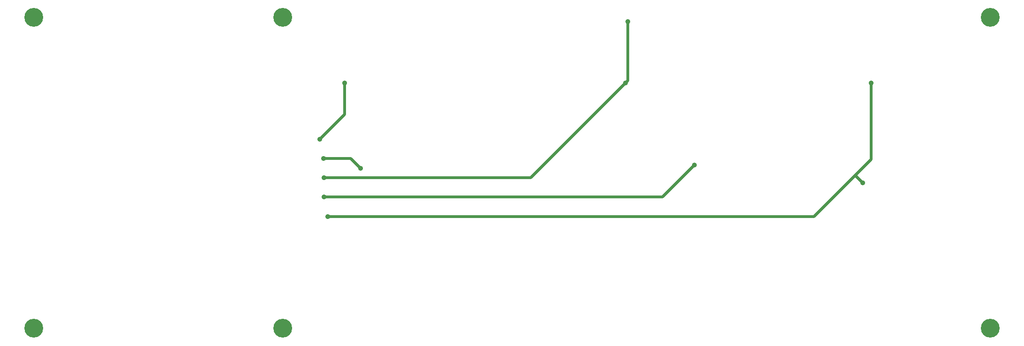
<source format=gbl>
G04 (created by PCBNEW-RS274X (2011-07-19)-testing) date Fri 17 Feb 2012 12:26:42 PM PST*
G01*
G70*
G90*
%MOIN*%
G04 Gerber Fmt 3.4, Leading zero omitted, Abs format*
%FSLAX34Y34*%
G04 APERTURE LIST*
%ADD10C,0.006000*%
%ADD11C,0.133900*%
%ADD12C,0.035000*%
%ADD13C,0.020000*%
G04 APERTURE END LIST*
G54D10*
G54D11*
X26000Y-51450D03*
X26000Y-29350D03*
X94000Y-51450D03*
X94000Y-29350D03*
X43700Y-29350D03*
X43700Y-51450D03*
G54D12*
X85520Y-34004D03*
X84944Y-41113D03*
X46910Y-43497D03*
X68240Y-29627D03*
X68068Y-34004D03*
X46620Y-40742D03*
X48083Y-34004D03*
X46325Y-38000D03*
X49232Y-40083D03*
X46608Y-39387D03*
X72961Y-39837D03*
X46624Y-42097D03*
G54D13*
X84390Y-40559D02*
X84944Y-41113D01*
X85520Y-39429D02*
X84390Y-40559D01*
X85520Y-34004D02*
X85520Y-39429D01*
X81452Y-43497D02*
X46910Y-43497D01*
X84390Y-40559D02*
X81452Y-43497D01*
X68240Y-33832D02*
X68068Y-34004D01*
X68240Y-29627D02*
X68240Y-33832D01*
X61330Y-40742D02*
X46620Y-40742D01*
X68068Y-34004D02*
X61330Y-40742D01*
X48083Y-36242D02*
X46325Y-38000D01*
X48083Y-34004D02*
X48083Y-36242D01*
X48536Y-39387D02*
X49232Y-40083D01*
X46608Y-39387D02*
X48536Y-39387D01*
X70701Y-42097D02*
X46624Y-42097D01*
X72961Y-39837D02*
X70701Y-42097D01*
M02*

</source>
